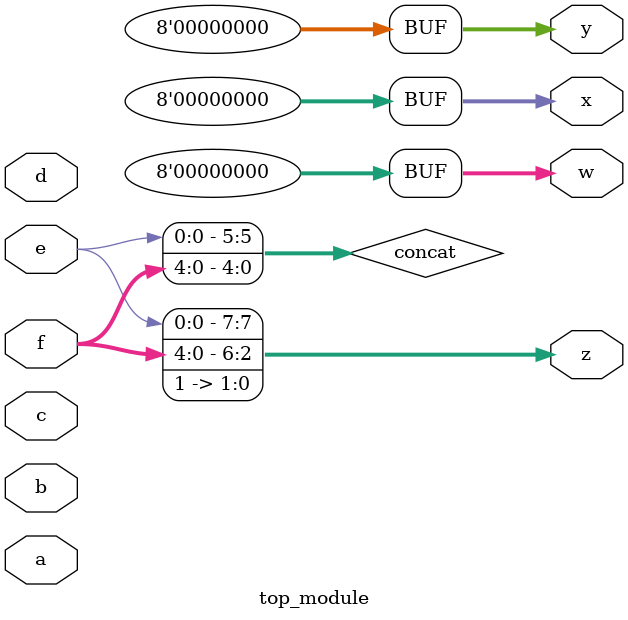
<source format=sv>
module top_module (
  input [4:0] a,
  input [4:0] b,
  input [4:0] c,
  input [4:0] d,
  input [4:0] e,
  input [4:0] f,
  output [7:0] w,
  output [7:0] x,
  output [7:0] y,
  output [7:0] z
);

  wire [5:0] concat; // Change width from 7 to 6
  
  // Concatenating inputs a, b, c, d, e, f and 2'b11
  assign concat = {a, b, c, d, e, f}; // Remove 2'b11
  
  // Assigning the concatenated value to outputs w, x, y, z
  assign {w, x, y, z} = {concat, 2'b11}; // Add concatenation with 2'b11
  
endmodule

</source>
